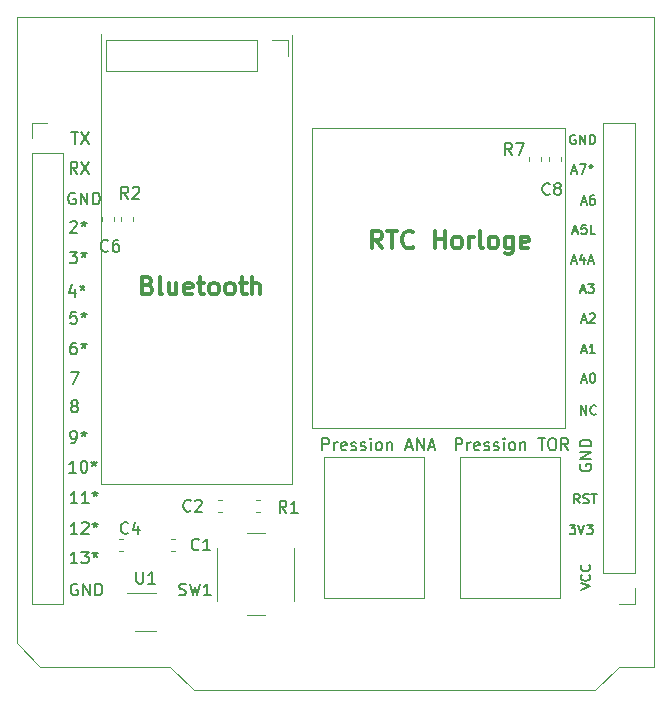
<source format=gbr>
G04 #@! TF.GenerationSoftware,KiCad,Pcbnew,(5.1.4)-1*
G04 #@! TF.CreationDate,2021-05-11T15:14:03+02:00*
G04 #@! TF.ProjectId,proto,70726f74-6f2e-46b6-9963-61645f706362,rev?*
G04 #@! TF.SameCoordinates,Original*
G04 #@! TF.FileFunction,Legend,Top*
G04 #@! TF.FilePolarity,Positive*
%FSLAX46Y46*%
G04 Gerber Fmt 4.6, Leading zero omitted, Abs format (unit mm)*
G04 Created by KiCad (PCBNEW (5.1.4)-1) date 2021-05-11 15:14:03*
%MOMM*%
%LPD*%
G04 APERTURE LIST*
%ADD10C,0.120000*%
%ADD11C,0.150000*%
%ADD12C,0.300000*%
%ADD13C,0.100000*%
G04 APERTURE END LIST*
D10*
X125000000Y-75000000D02*
X179000000Y-75000000D01*
X125000000Y-128000000D02*
X125000000Y-75000000D01*
X127000000Y-130000000D02*
X125000000Y-128000000D01*
X138000000Y-130000000D02*
X127000000Y-130000000D01*
X140000000Y-132000000D02*
X138000000Y-130000000D01*
X174000000Y-132000000D02*
X140000000Y-132000000D01*
X176000000Y-130000000D02*
X174000000Y-132000000D01*
X179000000Y-130000000D02*
X176000000Y-130000000D01*
X179000000Y-75000000D02*
X179000000Y-130000000D01*
D11*
X150885714Y-111652380D02*
X150885714Y-110652380D01*
X151266666Y-110652380D01*
X151361904Y-110700000D01*
X151409523Y-110747619D01*
X151457142Y-110842857D01*
X151457142Y-110985714D01*
X151409523Y-111080952D01*
X151361904Y-111128571D01*
X151266666Y-111176190D01*
X150885714Y-111176190D01*
X151885714Y-111652380D02*
X151885714Y-110985714D01*
X151885714Y-111176190D02*
X151933333Y-111080952D01*
X151980952Y-111033333D01*
X152076190Y-110985714D01*
X152171428Y-110985714D01*
X152885714Y-111604761D02*
X152790476Y-111652380D01*
X152600000Y-111652380D01*
X152504761Y-111604761D01*
X152457142Y-111509523D01*
X152457142Y-111128571D01*
X152504761Y-111033333D01*
X152600000Y-110985714D01*
X152790476Y-110985714D01*
X152885714Y-111033333D01*
X152933333Y-111128571D01*
X152933333Y-111223809D01*
X152457142Y-111319047D01*
X153314285Y-111604761D02*
X153409523Y-111652380D01*
X153600000Y-111652380D01*
X153695238Y-111604761D01*
X153742857Y-111509523D01*
X153742857Y-111461904D01*
X153695238Y-111366666D01*
X153600000Y-111319047D01*
X153457142Y-111319047D01*
X153361904Y-111271428D01*
X153314285Y-111176190D01*
X153314285Y-111128571D01*
X153361904Y-111033333D01*
X153457142Y-110985714D01*
X153600000Y-110985714D01*
X153695238Y-111033333D01*
X154123809Y-111604761D02*
X154219047Y-111652380D01*
X154409523Y-111652380D01*
X154504761Y-111604761D01*
X154552380Y-111509523D01*
X154552380Y-111461904D01*
X154504761Y-111366666D01*
X154409523Y-111319047D01*
X154266666Y-111319047D01*
X154171428Y-111271428D01*
X154123809Y-111176190D01*
X154123809Y-111128571D01*
X154171428Y-111033333D01*
X154266666Y-110985714D01*
X154409523Y-110985714D01*
X154504761Y-111033333D01*
X154980952Y-111652380D02*
X154980952Y-110985714D01*
X154980952Y-110652380D02*
X154933333Y-110700000D01*
X154980952Y-110747619D01*
X155028571Y-110700000D01*
X154980952Y-110652380D01*
X154980952Y-110747619D01*
X155600000Y-111652380D02*
X155504761Y-111604761D01*
X155457142Y-111557142D01*
X155409523Y-111461904D01*
X155409523Y-111176190D01*
X155457142Y-111080952D01*
X155504761Y-111033333D01*
X155600000Y-110985714D01*
X155742857Y-110985714D01*
X155838095Y-111033333D01*
X155885714Y-111080952D01*
X155933333Y-111176190D01*
X155933333Y-111461904D01*
X155885714Y-111557142D01*
X155838095Y-111604761D01*
X155742857Y-111652380D01*
X155600000Y-111652380D01*
X156361904Y-110985714D02*
X156361904Y-111652380D01*
X156361904Y-111080952D02*
X156409523Y-111033333D01*
X156504761Y-110985714D01*
X156647619Y-110985714D01*
X156742857Y-111033333D01*
X156790476Y-111128571D01*
X156790476Y-111652380D01*
X157980952Y-111366666D02*
X158457142Y-111366666D01*
X157885714Y-111652380D02*
X158219047Y-110652380D01*
X158552380Y-111652380D01*
X158885714Y-111652380D02*
X158885714Y-110652380D01*
X159457142Y-111652380D01*
X159457142Y-110652380D01*
X159885714Y-111366666D02*
X160361904Y-111366666D01*
X159790476Y-111652380D02*
X160123809Y-110652380D01*
X160457142Y-111652380D01*
X162161904Y-111652380D02*
X162161904Y-110652380D01*
X162542857Y-110652380D01*
X162638095Y-110700000D01*
X162685714Y-110747619D01*
X162733333Y-110842857D01*
X162733333Y-110985714D01*
X162685714Y-111080952D01*
X162638095Y-111128571D01*
X162542857Y-111176190D01*
X162161904Y-111176190D01*
X163161904Y-111652380D02*
X163161904Y-110985714D01*
X163161904Y-111176190D02*
X163209523Y-111080952D01*
X163257142Y-111033333D01*
X163352380Y-110985714D01*
X163447619Y-110985714D01*
X164161904Y-111604761D02*
X164066666Y-111652380D01*
X163876190Y-111652380D01*
X163780952Y-111604761D01*
X163733333Y-111509523D01*
X163733333Y-111128571D01*
X163780952Y-111033333D01*
X163876190Y-110985714D01*
X164066666Y-110985714D01*
X164161904Y-111033333D01*
X164209523Y-111128571D01*
X164209523Y-111223809D01*
X163733333Y-111319047D01*
X164590476Y-111604761D02*
X164685714Y-111652380D01*
X164876190Y-111652380D01*
X164971428Y-111604761D01*
X165019047Y-111509523D01*
X165019047Y-111461904D01*
X164971428Y-111366666D01*
X164876190Y-111319047D01*
X164733333Y-111319047D01*
X164638095Y-111271428D01*
X164590476Y-111176190D01*
X164590476Y-111128571D01*
X164638095Y-111033333D01*
X164733333Y-110985714D01*
X164876190Y-110985714D01*
X164971428Y-111033333D01*
X165400000Y-111604761D02*
X165495238Y-111652380D01*
X165685714Y-111652380D01*
X165780952Y-111604761D01*
X165828571Y-111509523D01*
X165828571Y-111461904D01*
X165780952Y-111366666D01*
X165685714Y-111319047D01*
X165542857Y-111319047D01*
X165447619Y-111271428D01*
X165400000Y-111176190D01*
X165400000Y-111128571D01*
X165447619Y-111033333D01*
X165542857Y-110985714D01*
X165685714Y-110985714D01*
X165780952Y-111033333D01*
X166257142Y-111652380D02*
X166257142Y-110985714D01*
X166257142Y-110652380D02*
X166209523Y-110700000D01*
X166257142Y-110747619D01*
X166304761Y-110700000D01*
X166257142Y-110652380D01*
X166257142Y-110747619D01*
X166876190Y-111652380D02*
X166780952Y-111604761D01*
X166733333Y-111557142D01*
X166685714Y-111461904D01*
X166685714Y-111176190D01*
X166733333Y-111080952D01*
X166780952Y-111033333D01*
X166876190Y-110985714D01*
X167019047Y-110985714D01*
X167114285Y-111033333D01*
X167161904Y-111080952D01*
X167209523Y-111176190D01*
X167209523Y-111461904D01*
X167161904Y-111557142D01*
X167114285Y-111604761D01*
X167019047Y-111652380D01*
X166876190Y-111652380D01*
X167638095Y-110985714D02*
X167638095Y-111652380D01*
X167638095Y-111080952D02*
X167685714Y-111033333D01*
X167780952Y-110985714D01*
X167923809Y-110985714D01*
X168019047Y-111033333D01*
X168066666Y-111128571D01*
X168066666Y-111652380D01*
X169161904Y-110652380D02*
X169733333Y-110652380D01*
X169447619Y-111652380D02*
X169447619Y-110652380D01*
X170257142Y-110652380D02*
X170447619Y-110652380D01*
X170542857Y-110700000D01*
X170638095Y-110795238D01*
X170685714Y-110985714D01*
X170685714Y-111319047D01*
X170638095Y-111509523D01*
X170542857Y-111604761D01*
X170447619Y-111652380D01*
X170257142Y-111652380D01*
X170161904Y-111604761D01*
X170066666Y-111509523D01*
X170019047Y-111319047D01*
X170019047Y-110985714D01*
X170066666Y-110795238D01*
X170161904Y-110700000D01*
X170257142Y-110652380D01*
X171685714Y-111652380D02*
X171352380Y-111176190D01*
X171114285Y-111652380D02*
X171114285Y-110652380D01*
X171495238Y-110652380D01*
X171590476Y-110700000D01*
X171638095Y-110747619D01*
X171685714Y-110842857D01*
X171685714Y-110985714D01*
X171638095Y-111080952D01*
X171590476Y-111128571D01*
X171495238Y-111176190D01*
X171114285Y-111176190D01*
X172761904Y-123466666D02*
X173561904Y-123200000D01*
X172761904Y-122933333D01*
X173485714Y-122209523D02*
X173523809Y-122247619D01*
X173561904Y-122361904D01*
X173561904Y-122438095D01*
X173523809Y-122552380D01*
X173447619Y-122628571D01*
X173371428Y-122666666D01*
X173219047Y-122704761D01*
X173104761Y-122704761D01*
X172952380Y-122666666D01*
X172876190Y-122628571D01*
X172800000Y-122552380D01*
X172761904Y-122438095D01*
X172761904Y-122361904D01*
X172800000Y-122247619D01*
X172838095Y-122209523D01*
X173485714Y-121409523D02*
X173523809Y-121447619D01*
X173561904Y-121561904D01*
X173561904Y-121638095D01*
X173523809Y-121752380D01*
X173447619Y-121828571D01*
X173371428Y-121866666D01*
X173219047Y-121904761D01*
X173104761Y-121904761D01*
X172952380Y-121866666D01*
X172876190Y-121828571D01*
X172800000Y-121752380D01*
X172761904Y-121638095D01*
X172761904Y-121561904D01*
X172800000Y-121447619D01*
X172838095Y-121409523D01*
X171809523Y-117961904D02*
X172304761Y-117961904D01*
X172038095Y-118266666D01*
X172152380Y-118266666D01*
X172228571Y-118304761D01*
X172266666Y-118342857D01*
X172304761Y-118419047D01*
X172304761Y-118609523D01*
X172266666Y-118685714D01*
X172228571Y-118723809D01*
X172152380Y-118761904D01*
X171923809Y-118761904D01*
X171847619Y-118723809D01*
X171809523Y-118685714D01*
X172533333Y-117961904D02*
X172800000Y-118761904D01*
X173066666Y-117961904D01*
X173257142Y-117961904D02*
X173752380Y-117961904D01*
X173485714Y-118266666D01*
X173600000Y-118266666D01*
X173676190Y-118304761D01*
X173714285Y-118342857D01*
X173752380Y-118419047D01*
X173752380Y-118609523D01*
X173714285Y-118685714D01*
X173676190Y-118723809D01*
X173600000Y-118761904D01*
X173371428Y-118761904D01*
X173295238Y-118723809D01*
X173257142Y-118685714D01*
X172661904Y-116161904D02*
X172395238Y-115780952D01*
X172204761Y-116161904D02*
X172204761Y-115361904D01*
X172509523Y-115361904D01*
X172585714Y-115400000D01*
X172623809Y-115438095D01*
X172661904Y-115514285D01*
X172661904Y-115628571D01*
X172623809Y-115704761D01*
X172585714Y-115742857D01*
X172509523Y-115780952D01*
X172204761Y-115780952D01*
X172966666Y-116123809D02*
X173080952Y-116161904D01*
X173271428Y-116161904D01*
X173347619Y-116123809D01*
X173385714Y-116085714D01*
X173423809Y-116009523D01*
X173423809Y-115933333D01*
X173385714Y-115857142D01*
X173347619Y-115819047D01*
X173271428Y-115780952D01*
X173119047Y-115742857D01*
X173042857Y-115704761D01*
X173004761Y-115666666D01*
X172966666Y-115590476D01*
X172966666Y-115514285D01*
X173004761Y-115438095D01*
X173042857Y-115400000D01*
X173119047Y-115361904D01*
X173309523Y-115361904D01*
X173423809Y-115400000D01*
X173652380Y-115361904D02*
X174109523Y-115361904D01*
X173880952Y-116161904D02*
X173880952Y-115361904D01*
X172771428Y-108661904D02*
X172771428Y-107861904D01*
X173228571Y-108661904D01*
X173228571Y-107861904D01*
X174066666Y-108585714D02*
X174028571Y-108623809D01*
X173914285Y-108661904D01*
X173838095Y-108661904D01*
X173723809Y-108623809D01*
X173647619Y-108547619D01*
X173609523Y-108471428D01*
X173571428Y-108319047D01*
X173571428Y-108204761D01*
X173609523Y-108052380D01*
X173647619Y-107976190D01*
X173723809Y-107900000D01*
X173838095Y-107861904D01*
X173914285Y-107861904D01*
X174028571Y-107900000D01*
X174066666Y-107938095D01*
X172828571Y-105733333D02*
X173209523Y-105733333D01*
X172752380Y-105961904D02*
X173019047Y-105161904D01*
X173285714Y-105961904D01*
X173704761Y-105161904D02*
X173780952Y-105161904D01*
X173857142Y-105200000D01*
X173895238Y-105238095D01*
X173933333Y-105314285D01*
X173971428Y-105466666D01*
X173971428Y-105657142D01*
X173933333Y-105809523D01*
X173895238Y-105885714D01*
X173857142Y-105923809D01*
X173780952Y-105961904D01*
X173704761Y-105961904D01*
X173628571Y-105923809D01*
X173590476Y-105885714D01*
X173552380Y-105809523D01*
X173514285Y-105657142D01*
X173514285Y-105466666D01*
X173552380Y-105314285D01*
X173590476Y-105238095D01*
X173628571Y-105200000D01*
X173704761Y-105161904D01*
X172828571Y-103233333D02*
X173209523Y-103233333D01*
X172752380Y-103461904D02*
X173019047Y-102661904D01*
X173285714Y-103461904D01*
X173971428Y-103461904D02*
X173514285Y-103461904D01*
X173742857Y-103461904D02*
X173742857Y-102661904D01*
X173666666Y-102776190D01*
X173590476Y-102852380D01*
X173514285Y-102890476D01*
X172828571Y-100633333D02*
X173209523Y-100633333D01*
X172752380Y-100861904D02*
X173019047Y-100061904D01*
X173285714Y-100861904D01*
X173514285Y-100138095D02*
X173552380Y-100100000D01*
X173628571Y-100061904D01*
X173819047Y-100061904D01*
X173895238Y-100100000D01*
X173933333Y-100138095D01*
X173971428Y-100214285D01*
X173971428Y-100290476D01*
X173933333Y-100404761D01*
X173476190Y-100861904D01*
X173971428Y-100861904D01*
X172728571Y-98133333D02*
X173109523Y-98133333D01*
X172652380Y-98361904D02*
X172919047Y-97561904D01*
X173185714Y-98361904D01*
X173376190Y-97561904D02*
X173871428Y-97561904D01*
X173604761Y-97866666D01*
X173719047Y-97866666D01*
X173795238Y-97904761D01*
X173833333Y-97942857D01*
X173871428Y-98019047D01*
X173871428Y-98209523D01*
X173833333Y-98285714D01*
X173795238Y-98323809D01*
X173719047Y-98361904D01*
X173490476Y-98361904D01*
X173414285Y-98323809D01*
X173376190Y-98285714D01*
X171985714Y-95633333D02*
X172366666Y-95633333D01*
X171909523Y-95861904D02*
X172176190Y-95061904D01*
X172442857Y-95861904D01*
X173052380Y-95328571D02*
X173052380Y-95861904D01*
X172861904Y-95023809D02*
X172671428Y-95595238D01*
X173166666Y-95595238D01*
X173433333Y-95633333D02*
X173814285Y-95633333D01*
X173357142Y-95861904D02*
X173623809Y-95061904D01*
X173890476Y-95861904D01*
X172104761Y-93133333D02*
X172485714Y-93133333D01*
X172028571Y-93361904D02*
X172295238Y-92561904D01*
X172561904Y-93361904D01*
X173209523Y-92561904D02*
X172828571Y-92561904D01*
X172790476Y-92942857D01*
X172828571Y-92904761D01*
X172904761Y-92866666D01*
X173095238Y-92866666D01*
X173171428Y-92904761D01*
X173209523Y-92942857D01*
X173247619Y-93019047D01*
X173247619Y-93209523D01*
X173209523Y-93285714D01*
X173171428Y-93323809D01*
X173095238Y-93361904D01*
X172904761Y-93361904D01*
X172828571Y-93323809D01*
X172790476Y-93285714D01*
X173971428Y-93361904D02*
X173590476Y-93361904D01*
X173590476Y-92561904D01*
X172828571Y-90633333D02*
X173209523Y-90633333D01*
X172752380Y-90861904D02*
X173019047Y-90061904D01*
X173285714Y-90861904D01*
X173895238Y-90061904D02*
X173742857Y-90061904D01*
X173666666Y-90100000D01*
X173628571Y-90138095D01*
X173552380Y-90252380D01*
X173514285Y-90404761D01*
X173514285Y-90709523D01*
X173552380Y-90785714D01*
X173590476Y-90823809D01*
X173666666Y-90861904D01*
X173819047Y-90861904D01*
X173895238Y-90823809D01*
X173933333Y-90785714D01*
X173971428Y-90709523D01*
X173971428Y-90519047D01*
X173933333Y-90442857D01*
X173895238Y-90404761D01*
X173819047Y-90366666D01*
X173666666Y-90366666D01*
X173590476Y-90404761D01*
X173552380Y-90442857D01*
X173514285Y-90519047D01*
X172023809Y-88033333D02*
X172404761Y-88033333D01*
X171947619Y-88261904D02*
X172214285Y-87461904D01*
X172480952Y-88261904D01*
X172671428Y-87461904D02*
X173204761Y-87461904D01*
X172861904Y-88261904D01*
X173623809Y-87461904D02*
X173623809Y-87652380D01*
X173433333Y-87576190D02*
X173623809Y-87652380D01*
X173814285Y-87576190D01*
X173509523Y-87804761D02*
X173623809Y-87652380D01*
X173738095Y-87804761D01*
X172700000Y-112861904D02*
X172652380Y-112957142D01*
X172652380Y-113100000D01*
X172700000Y-113242857D01*
X172795238Y-113338095D01*
X172890476Y-113385714D01*
X173080952Y-113433333D01*
X173223809Y-113433333D01*
X173414285Y-113385714D01*
X173509523Y-113338095D01*
X173604761Y-113242857D01*
X173652380Y-113100000D01*
X173652380Y-113004761D01*
X173604761Y-112861904D01*
X173557142Y-112814285D01*
X173223809Y-112814285D01*
X173223809Y-113004761D01*
X173652380Y-112385714D02*
X172652380Y-112385714D01*
X173652380Y-111814285D01*
X172652380Y-111814285D01*
X173652380Y-111338095D02*
X172652380Y-111338095D01*
X172652380Y-111100000D01*
X172700000Y-110957142D01*
X172795238Y-110861904D01*
X172890476Y-110814285D01*
X173080952Y-110766666D01*
X173223809Y-110766666D01*
X173414285Y-110814285D01*
X173509523Y-110861904D01*
X173604761Y-110957142D01*
X173652380Y-111100000D01*
X173652380Y-111338095D01*
X172290476Y-85000000D02*
X172214285Y-84961904D01*
X172100000Y-84961904D01*
X171985714Y-85000000D01*
X171909523Y-85076190D01*
X171871428Y-85152380D01*
X171833333Y-85304761D01*
X171833333Y-85419047D01*
X171871428Y-85571428D01*
X171909523Y-85647619D01*
X171985714Y-85723809D01*
X172100000Y-85761904D01*
X172176190Y-85761904D01*
X172290476Y-85723809D01*
X172328571Y-85685714D01*
X172328571Y-85419047D01*
X172176190Y-85419047D01*
X172671428Y-85761904D02*
X172671428Y-84961904D01*
X173128571Y-85761904D01*
X173128571Y-84961904D01*
X173509523Y-85761904D02*
X173509523Y-84961904D01*
X173700000Y-84961904D01*
X173814285Y-85000000D01*
X173890476Y-85076190D01*
X173928571Y-85152380D01*
X173966666Y-85304761D01*
X173966666Y-85419047D01*
X173928571Y-85571428D01*
X173890476Y-85647619D01*
X173814285Y-85723809D01*
X173700000Y-85761904D01*
X173509523Y-85761904D01*
X130138095Y-123000000D02*
X130042857Y-122952380D01*
X129900000Y-122952380D01*
X129757142Y-123000000D01*
X129661904Y-123095238D01*
X129614285Y-123190476D01*
X129566666Y-123380952D01*
X129566666Y-123523809D01*
X129614285Y-123714285D01*
X129661904Y-123809523D01*
X129757142Y-123904761D01*
X129900000Y-123952380D01*
X129995238Y-123952380D01*
X130138095Y-123904761D01*
X130185714Y-123857142D01*
X130185714Y-123523809D01*
X129995238Y-123523809D01*
X130614285Y-123952380D02*
X130614285Y-122952380D01*
X131185714Y-123952380D01*
X131185714Y-122952380D01*
X131661904Y-123952380D02*
X131661904Y-122952380D01*
X131900000Y-122952380D01*
X132042857Y-123000000D01*
X132138095Y-123095238D01*
X132185714Y-123190476D01*
X132233333Y-123380952D01*
X132233333Y-123523809D01*
X132185714Y-123714285D01*
X132138095Y-123809523D01*
X132042857Y-123904761D01*
X131900000Y-123952380D01*
X131661904Y-123952380D01*
X129485714Y-94852380D02*
X130104761Y-94852380D01*
X129771428Y-95233333D01*
X129914285Y-95233333D01*
X130009523Y-95280952D01*
X130057142Y-95328571D01*
X130104761Y-95423809D01*
X130104761Y-95661904D01*
X130057142Y-95757142D01*
X130009523Y-95804761D01*
X129914285Y-95852380D01*
X129628571Y-95852380D01*
X129533333Y-95804761D01*
X129485714Y-95757142D01*
X130676190Y-94852380D02*
X130676190Y-95090476D01*
X130438095Y-94995238D02*
X130676190Y-95090476D01*
X130914285Y-94995238D01*
X130533333Y-95280952D02*
X130676190Y-95090476D01*
X130819047Y-95280952D01*
X129533333Y-92347619D02*
X129580952Y-92300000D01*
X129676190Y-92252380D01*
X129914285Y-92252380D01*
X130009523Y-92300000D01*
X130057142Y-92347619D01*
X130104761Y-92442857D01*
X130104761Y-92538095D01*
X130057142Y-92680952D01*
X129485714Y-93252380D01*
X130104761Y-93252380D01*
X130676190Y-92252380D02*
X130676190Y-92490476D01*
X130438095Y-92395238D02*
X130676190Y-92490476D01*
X130914285Y-92395238D01*
X130533333Y-92680952D02*
X130676190Y-92490476D01*
X130819047Y-92680952D01*
X130128571Y-121252380D02*
X129557142Y-121252380D01*
X129842857Y-121252380D02*
X129842857Y-120252380D01*
X129747619Y-120395238D01*
X129652380Y-120490476D01*
X129557142Y-120538095D01*
X130461904Y-120252380D02*
X131080952Y-120252380D01*
X130747619Y-120633333D01*
X130890476Y-120633333D01*
X130985714Y-120680952D01*
X131033333Y-120728571D01*
X131080952Y-120823809D01*
X131080952Y-121061904D01*
X131033333Y-121157142D01*
X130985714Y-121204761D01*
X130890476Y-121252380D01*
X130604761Y-121252380D01*
X130509523Y-121204761D01*
X130461904Y-121157142D01*
X131652380Y-120252380D02*
X131652380Y-120490476D01*
X131414285Y-120395238D02*
X131652380Y-120490476D01*
X131890476Y-120395238D01*
X131509523Y-120680952D02*
X131652380Y-120490476D01*
X131795238Y-120680952D01*
X130128571Y-118752380D02*
X129557142Y-118752380D01*
X129842857Y-118752380D02*
X129842857Y-117752380D01*
X129747619Y-117895238D01*
X129652380Y-117990476D01*
X129557142Y-118038095D01*
X130509523Y-117847619D02*
X130557142Y-117800000D01*
X130652380Y-117752380D01*
X130890476Y-117752380D01*
X130985714Y-117800000D01*
X131033333Y-117847619D01*
X131080952Y-117942857D01*
X131080952Y-118038095D01*
X131033333Y-118180952D01*
X130461904Y-118752380D01*
X131080952Y-118752380D01*
X131652380Y-117752380D02*
X131652380Y-117990476D01*
X131414285Y-117895238D02*
X131652380Y-117990476D01*
X131890476Y-117895238D01*
X131509523Y-118180952D02*
X131652380Y-117990476D01*
X131795238Y-118180952D01*
X130128571Y-116152380D02*
X129557142Y-116152380D01*
X129842857Y-116152380D02*
X129842857Y-115152380D01*
X129747619Y-115295238D01*
X129652380Y-115390476D01*
X129557142Y-115438095D01*
X131080952Y-116152380D02*
X130509523Y-116152380D01*
X130795238Y-116152380D02*
X130795238Y-115152380D01*
X130700000Y-115295238D01*
X130604761Y-115390476D01*
X130509523Y-115438095D01*
X131652380Y-115152380D02*
X131652380Y-115390476D01*
X131414285Y-115295238D02*
X131652380Y-115390476D01*
X131890476Y-115295238D01*
X131509523Y-115580952D02*
X131652380Y-115390476D01*
X131795238Y-115580952D01*
X130028571Y-113552380D02*
X129457142Y-113552380D01*
X129742857Y-113552380D02*
X129742857Y-112552380D01*
X129647619Y-112695238D01*
X129552380Y-112790476D01*
X129457142Y-112838095D01*
X130647619Y-112552380D02*
X130742857Y-112552380D01*
X130838095Y-112600000D01*
X130885714Y-112647619D01*
X130933333Y-112742857D01*
X130980952Y-112933333D01*
X130980952Y-113171428D01*
X130933333Y-113361904D01*
X130885714Y-113457142D01*
X130838095Y-113504761D01*
X130742857Y-113552380D01*
X130647619Y-113552380D01*
X130552380Y-113504761D01*
X130504761Y-113457142D01*
X130457142Y-113361904D01*
X130409523Y-113171428D01*
X130409523Y-112933333D01*
X130457142Y-112742857D01*
X130504761Y-112647619D01*
X130552380Y-112600000D01*
X130647619Y-112552380D01*
X131552380Y-112552380D02*
X131552380Y-112790476D01*
X131314285Y-112695238D02*
X131552380Y-112790476D01*
X131790476Y-112695238D01*
X131409523Y-112980952D02*
X131552380Y-112790476D01*
X131695238Y-112980952D01*
X129628571Y-111052380D02*
X129819047Y-111052380D01*
X129914285Y-111004761D01*
X129961904Y-110957142D01*
X130057142Y-110814285D01*
X130104761Y-110623809D01*
X130104761Y-110242857D01*
X130057142Y-110147619D01*
X130009523Y-110100000D01*
X129914285Y-110052380D01*
X129723809Y-110052380D01*
X129628571Y-110100000D01*
X129580952Y-110147619D01*
X129533333Y-110242857D01*
X129533333Y-110480952D01*
X129580952Y-110576190D01*
X129628571Y-110623809D01*
X129723809Y-110671428D01*
X129914285Y-110671428D01*
X130009523Y-110623809D01*
X130057142Y-110576190D01*
X130104761Y-110480952D01*
X130676190Y-110052380D02*
X130676190Y-110290476D01*
X130438095Y-110195238D02*
X130676190Y-110290476D01*
X130914285Y-110195238D01*
X130533333Y-110480952D02*
X130676190Y-110290476D01*
X130819047Y-110480952D01*
X129804761Y-107880952D02*
X129709523Y-107833333D01*
X129661904Y-107785714D01*
X129614285Y-107690476D01*
X129614285Y-107642857D01*
X129661904Y-107547619D01*
X129709523Y-107500000D01*
X129804761Y-107452380D01*
X129995238Y-107452380D01*
X130090476Y-107500000D01*
X130138095Y-107547619D01*
X130185714Y-107642857D01*
X130185714Y-107690476D01*
X130138095Y-107785714D01*
X130090476Y-107833333D01*
X129995238Y-107880952D01*
X129804761Y-107880952D01*
X129709523Y-107928571D01*
X129661904Y-107976190D01*
X129614285Y-108071428D01*
X129614285Y-108261904D01*
X129661904Y-108357142D01*
X129709523Y-108404761D01*
X129804761Y-108452380D01*
X129995238Y-108452380D01*
X130090476Y-108404761D01*
X130138095Y-108357142D01*
X130185714Y-108261904D01*
X130185714Y-108071428D01*
X130138095Y-107976190D01*
X130090476Y-107928571D01*
X129995238Y-107880952D01*
X129566666Y-105052380D02*
X130233333Y-105052380D01*
X129804761Y-106052380D01*
X130009523Y-102552380D02*
X129819047Y-102552380D01*
X129723809Y-102600000D01*
X129676190Y-102647619D01*
X129580952Y-102790476D01*
X129533333Y-102980952D01*
X129533333Y-103361904D01*
X129580952Y-103457142D01*
X129628571Y-103504761D01*
X129723809Y-103552380D01*
X129914285Y-103552380D01*
X130009523Y-103504761D01*
X130057142Y-103457142D01*
X130104761Y-103361904D01*
X130104761Y-103123809D01*
X130057142Y-103028571D01*
X130009523Y-102980952D01*
X129914285Y-102933333D01*
X129723809Y-102933333D01*
X129628571Y-102980952D01*
X129580952Y-103028571D01*
X129533333Y-103123809D01*
X130676190Y-102552380D02*
X130676190Y-102790476D01*
X130438095Y-102695238D02*
X130676190Y-102790476D01*
X130914285Y-102695238D01*
X130533333Y-102980952D02*
X130676190Y-102790476D01*
X130819047Y-102980952D01*
X130057142Y-99952380D02*
X129580952Y-99952380D01*
X129533333Y-100428571D01*
X129580952Y-100380952D01*
X129676190Y-100333333D01*
X129914285Y-100333333D01*
X130009523Y-100380952D01*
X130057142Y-100428571D01*
X130104761Y-100523809D01*
X130104761Y-100761904D01*
X130057142Y-100857142D01*
X130009523Y-100904761D01*
X129914285Y-100952380D01*
X129676190Y-100952380D01*
X129580952Y-100904761D01*
X129533333Y-100857142D01*
X130676190Y-99952380D02*
X130676190Y-100190476D01*
X130438095Y-100095238D02*
X130676190Y-100190476D01*
X130914285Y-100095238D01*
X130533333Y-100380952D02*
X130676190Y-100190476D01*
X130819047Y-100380952D01*
X129909523Y-97985714D02*
X129909523Y-98652380D01*
X129671428Y-97604761D02*
X129433333Y-98319047D01*
X130052380Y-98319047D01*
X130576190Y-97652380D02*
X130576190Y-97890476D01*
X130338095Y-97795238D02*
X130576190Y-97890476D01*
X130814285Y-97795238D01*
X130433333Y-98080952D02*
X130576190Y-97890476D01*
X130719047Y-98080952D01*
X129938095Y-89900000D02*
X129842857Y-89852380D01*
X129700000Y-89852380D01*
X129557142Y-89900000D01*
X129461904Y-89995238D01*
X129414285Y-90090476D01*
X129366666Y-90280952D01*
X129366666Y-90423809D01*
X129414285Y-90614285D01*
X129461904Y-90709523D01*
X129557142Y-90804761D01*
X129700000Y-90852380D01*
X129795238Y-90852380D01*
X129938095Y-90804761D01*
X129985714Y-90757142D01*
X129985714Y-90423809D01*
X129795238Y-90423809D01*
X130414285Y-90852380D02*
X130414285Y-89852380D01*
X130985714Y-90852380D01*
X130985714Y-89852380D01*
X131461904Y-90852380D02*
X131461904Y-89852380D01*
X131700000Y-89852380D01*
X131842857Y-89900000D01*
X131938095Y-89995238D01*
X131985714Y-90090476D01*
X132033333Y-90280952D01*
X132033333Y-90423809D01*
X131985714Y-90614285D01*
X131938095Y-90709523D01*
X131842857Y-90804761D01*
X131700000Y-90852380D01*
X131461904Y-90852380D01*
X130133333Y-88252380D02*
X129800000Y-87776190D01*
X129561904Y-88252380D02*
X129561904Y-87252380D01*
X129942857Y-87252380D01*
X130038095Y-87300000D01*
X130085714Y-87347619D01*
X130133333Y-87442857D01*
X130133333Y-87585714D01*
X130085714Y-87680952D01*
X130038095Y-87728571D01*
X129942857Y-87776190D01*
X129561904Y-87776190D01*
X130466666Y-87252380D02*
X131133333Y-88252380D01*
X131133333Y-87252380D02*
X130466666Y-88252380D01*
X129638095Y-84752380D02*
X130209523Y-84752380D01*
X129923809Y-85752380D02*
X129923809Y-84752380D01*
X130447619Y-84752380D02*
X131114285Y-85752380D01*
X131114285Y-84752380D02*
X130447619Y-85752380D01*
D10*
X132100000Y-114500000D02*
X148300000Y-114500000D01*
X132100000Y-76400000D02*
X132100000Y-114500000D01*
X148300000Y-114400000D02*
X148300000Y-76500000D01*
D12*
X136100000Y-97692857D02*
X136314285Y-97764285D01*
X136385714Y-97835714D01*
X136457142Y-97978571D01*
X136457142Y-98192857D01*
X136385714Y-98335714D01*
X136314285Y-98407142D01*
X136171428Y-98478571D01*
X135600000Y-98478571D01*
X135600000Y-96978571D01*
X136100000Y-96978571D01*
X136242857Y-97050000D01*
X136314285Y-97121428D01*
X136385714Y-97264285D01*
X136385714Y-97407142D01*
X136314285Y-97550000D01*
X136242857Y-97621428D01*
X136100000Y-97692857D01*
X135600000Y-97692857D01*
X137314285Y-98478571D02*
X137171428Y-98407142D01*
X137100000Y-98264285D01*
X137100000Y-96978571D01*
X138528571Y-97478571D02*
X138528571Y-98478571D01*
X137885714Y-97478571D02*
X137885714Y-98264285D01*
X137957142Y-98407142D01*
X138100000Y-98478571D01*
X138314285Y-98478571D01*
X138457142Y-98407142D01*
X138528571Y-98335714D01*
X139814285Y-98407142D02*
X139671428Y-98478571D01*
X139385714Y-98478571D01*
X139242857Y-98407142D01*
X139171428Y-98264285D01*
X139171428Y-97692857D01*
X139242857Y-97550000D01*
X139385714Y-97478571D01*
X139671428Y-97478571D01*
X139814285Y-97550000D01*
X139885714Y-97692857D01*
X139885714Y-97835714D01*
X139171428Y-97978571D01*
X140314285Y-97478571D02*
X140885714Y-97478571D01*
X140528571Y-96978571D02*
X140528571Y-98264285D01*
X140600000Y-98407142D01*
X140742857Y-98478571D01*
X140885714Y-98478571D01*
X141600000Y-98478571D02*
X141457142Y-98407142D01*
X141385714Y-98335714D01*
X141314285Y-98192857D01*
X141314285Y-97764285D01*
X141385714Y-97621428D01*
X141457142Y-97550000D01*
X141600000Y-97478571D01*
X141814285Y-97478571D01*
X141957142Y-97550000D01*
X142028571Y-97621428D01*
X142100000Y-97764285D01*
X142100000Y-98192857D01*
X142028571Y-98335714D01*
X141957142Y-98407142D01*
X141814285Y-98478571D01*
X141600000Y-98478571D01*
X142957142Y-98478571D02*
X142814285Y-98407142D01*
X142742857Y-98335714D01*
X142671428Y-98192857D01*
X142671428Y-97764285D01*
X142742857Y-97621428D01*
X142814285Y-97550000D01*
X142957142Y-97478571D01*
X143171428Y-97478571D01*
X143314285Y-97550000D01*
X143385714Y-97621428D01*
X143457142Y-97764285D01*
X143457142Y-98192857D01*
X143385714Y-98335714D01*
X143314285Y-98407142D01*
X143171428Y-98478571D01*
X142957142Y-98478571D01*
X143885714Y-97478571D02*
X144457142Y-97478571D01*
X144100000Y-96978571D02*
X144100000Y-98264285D01*
X144171428Y-98407142D01*
X144314285Y-98478571D01*
X144457142Y-98478571D01*
X144957142Y-98478571D02*
X144957142Y-96978571D01*
X145600000Y-98478571D02*
X145600000Y-97692857D01*
X145528571Y-97550000D01*
X145385714Y-97478571D01*
X145171428Y-97478571D01*
X145028571Y-97550000D01*
X144957142Y-97621428D01*
X155950000Y-94578571D02*
X155450000Y-93864285D01*
X155092857Y-94578571D02*
X155092857Y-93078571D01*
X155664285Y-93078571D01*
X155807142Y-93150000D01*
X155878571Y-93221428D01*
X155950000Y-93364285D01*
X155950000Y-93578571D01*
X155878571Y-93721428D01*
X155807142Y-93792857D01*
X155664285Y-93864285D01*
X155092857Y-93864285D01*
X156378571Y-93078571D02*
X157235714Y-93078571D01*
X156807142Y-94578571D02*
X156807142Y-93078571D01*
X158592857Y-94435714D02*
X158521428Y-94507142D01*
X158307142Y-94578571D01*
X158164285Y-94578571D01*
X157950000Y-94507142D01*
X157807142Y-94364285D01*
X157735714Y-94221428D01*
X157664285Y-93935714D01*
X157664285Y-93721428D01*
X157735714Y-93435714D01*
X157807142Y-93292857D01*
X157950000Y-93150000D01*
X158164285Y-93078571D01*
X158307142Y-93078571D01*
X158521428Y-93150000D01*
X158592857Y-93221428D01*
X160378571Y-94578571D02*
X160378571Y-93078571D01*
X160378571Y-93792857D02*
X161235714Y-93792857D01*
X161235714Y-94578571D02*
X161235714Y-93078571D01*
X162164285Y-94578571D02*
X162021428Y-94507142D01*
X161950000Y-94435714D01*
X161878571Y-94292857D01*
X161878571Y-93864285D01*
X161950000Y-93721428D01*
X162021428Y-93650000D01*
X162164285Y-93578571D01*
X162378571Y-93578571D01*
X162521428Y-93650000D01*
X162592857Y-93721428D01*
X162664285Y-93864285D01*
X162664285Y-94292857D01*
X162592857Y-94435714D01*
X162521428Y-94507142D01*
X162378571Y-94578571D01*
X162164285Y-94578571D01*
X163307142Y-94578571D02*
X163307142Y-93578571D01*
X163307142Y-93864285D02*
X163378571Y-93721428D01*
X163450000Y-93650000D01*
X163592857Y-93578571D01*
X163735714Y-93578571D01*
X164450000Y-94578571D02*
X164307142Y-94507142D01*
X164235714Y-94364285D01*
X164235714Y-93078571D01*
X165235714Y-94578571D02*
X165092857Y-94507142D01*
X165021428Y-94435714D01*
X164950000Y-94292857D01*
X164950000Y-93864285D01*
X165021428Y-93721428D01*
X165092857Y-93650000D01*
X165235714Y-93578571D01*
X165450000Y-93578571D01*
X165592857Y-93650000D01*
X165664285Y-93721428D01*
X165735714Y-93864285D01*
X165735714Y-94292857D01*
X165664285Y-94435714D01*
X165592857Y-94507142D01*
X165450000Y-94578571D01*
X165235714Y-94578571D01*
X167021428Y-93578571D02*
X167021428Y-94792857D01*
X166950000Y-94935714D01*
X166878571Y-95007142D01*
X166735714Y-95078571D01*
X166521428Y-95078571D01*
X166378571Y-95007142D01*
X167021428Y-94507142D02*
X166878571Y-94578571D01*
X166592857Y-94578571D01*
X166450000Y-94507142D01*
X166378571Y-94435714D01*
X166307142Y-94292857D01*
X166307142Y-93864285D01*
X166378571Y-93721428D01*
X166450000Y-93650000D01*
X166592857Y-93578571D01*
X166878571Y-93578571D01*
X167021428Y-93650000D01*
X168307142Y-94507142D02*
X168164285Y-94578571D01*
X167878571Y-94578571D01*
X167735714Y-94507142D01*
X167664285Y-94364285D01*
X167664285Y-93792857D01*
X167735714Y-93650000D01*
X167878571Y-93578571D01*
X168164285Y-93578571D01*
X168307142Y-93650000D01*
X168378571Y-93792857D01*
X168378571Y-93935714D01*
X167664285Y-94078571D01*
D10*
X138362779Y-120210000D02*
X138037221Y-120210000D01*
X138362779Y-119190000D02*
X138037221Y-119190000D01*
X142387779Y-116910000D02*
X142062221Y-116910000D01*
X142387779Y-115890000D02*
X142062221Y-115890000D01*
X133637221Y-120210000D02*
X133962779Y-120210000D01*
X133637221Y-119190000D02*
X133962779Y-119190000D01*
X132190000Y-92262779D02*
X132190000Y-91937221D01*
X133210000Y-92262779D02*
X133210000Y-91937221D01*
X171110000Y-87162779D02*
X171110000Y-86837221D01*
X170090000Y-87162779D02*
X170090000Y-86837221D01*
X126270000Y-124680000D02*
X128930000Y-124680000D01*
X126270000Y-86520000D02*
X126270000Y-124680000D01*
X128930000Y-86520000D02*
X128930000Y-124680000D01*
X126270000Y-86520000D02*
X128930000Y-86520000D01*
X126270000Y-85250000D02*
X126270000Y-83920000D01*
X126270000Y-83920000D02*
X127600000Y-83920000D01*
X177330000Y-124680000D02*
X176000000Y-124680000D01*
X177330000Y-123350000D02*
X177330000Y-124680000D01*
X177330000Y-122080000D02*
X174670000Y-122080000D01*
X174670000Y-122080000D02*
X174670000Y-83920000D01*
X177330000Y-122080000D02*
X177330000Y-83920000D01*
X177330000Y-83920000D02*
X174670000Y-83920000D01*
X132570000Y-76920000D02*
X132570000Y-79580000D01*
X145330000Y-76920000D02*
X132570000Y-76920000D01*
X145330000Y-79580000D02*
X132570000Y-79580000D01*
X145330000Y-76920000D02*
X145330000Y-79580000D01*
X146600000Y-76920000D02*
X147930000Y-76920000D01*
X147930000Y-76920000D02*
X147930000Y-78250000D01*
D13*
X171425000Y-109740000D02*
X150025000Y-109740000D01*
X171425000Y-84340000D02*
X171425000Y-109740000D01*
X150025000Y-84340000D02*
X171425000Y-84340000D01*
X150025000Y-109740000D02*
X150025000Y-84340000D01*
X162500000Y-112200000D02*
X162500000Y-124200000D01*
X171000000Y-112200000D02*
X162500000Y-112200000D01*
X171000000Y-124200000D02*
X171000000Y-112200000D01*
X162500000Y-124200000D02*
X171000000Y-124200000D01*
X151000000Y-124200000D02*
X159500000Y-124200000D01*
X159500000Y-124200000D02*
X159500000Y-112200000D01*
X159500000Y-112200000D02*
X151000000Y-112200000D01*
X151000000Y-112200000D02*
X151000000Y-124200000D01*
D10*
X145562779Y-115890000D02*
X145237221Y-115890000D01*
X145562779Y-116910000D02*
X145237221Y-116910000D01*
X134810000Y-91937221D02*
X134810000Y-92262779D01*
X133790000Y-91937221D02*
X133790000Y-92262779D01*
X169410000Y-86837221D02*
X169410000Y-87162779D01*
X168390000Y-86837221D02*
X168390000Y-87162779D01*
X142000000Y-119900000D02*
X142000000Y-124400000D01*
X146000000Y-118650000D02*
X144500000Y-118650000D01*
X148500000Y-124400000D02*
X148500000Y-119900000D01*
X144500000Y-125650000D02*
X146000000Y-125650000D01*
X135000000Y-127010000D02*
X136800000Y-127010000D01*
X136800000Y-123790000D02*
X134350000Y-123790000D01*
D11*
X140433333Y-120057142D02*
X140385714Y-120104761D01*
X140242857Y-120152380D01*
X140147619Y-120152380D01*
X140004761Y-120104761D01*
X139909523Y-120009523D01*
X139861904Y-119914285D01*
X139814285Y-119723809D01*
X139814285Y-119580952D01*
X139861904Y-119390476D01*
X139909523Y-119295238D01*
X140004761Y-119200000D01*
X140147619Y-119152380D01*
X140242857Y-119152380D01*
X140385714Y-119200000D01*
X140433333Y-119247619D01*
X141385714Y-120152380D02*
X140814285Y-120152380D01*
X141100000Y-120152380D02*
X141100000Y-119152380D01*
X141004761Y-119295238D01*
X140909523Y-119390476D01*
X140814285Y-119438095D01*
X139733333Y-116757142D02*
X139685714Y-116804761D01*
X139542857Y-116852380D01*
X139447619Y-116852380D01*
X139304761Y-116804761D01*
X139209523Y-116709523D01*
X139161904Y-116614285D01*
X139114285Y-116423809D01*
X139114285Y-116280952D01*
X139161904Y-116090476D01*
X139209523Y-115995238D01*
X139304761Y-115900000D01*
X139447619Y-115852380D01*
X139542857Y-115852380D01*
X139685714Y-115900000D01*
X139733333Y-115947619D01*
X140114285Y-115947619D02*
X140161904Y-115900000D01*
X140257142Y-115852380D01*
X140495238Y-115852380D01*
X140590476Y-115900000D01*
X140638095Y-115947619D01*
X140685714Y-116042857D01*
X140685714Y-116138095D01*
X140638095Y-116280952D01*
X140066666Y-116852380D01*
X140685714Y-116852380D01*
X134433333Y-118657142D02*
X134385714Y-118704761D01*
X134242857Y-118752380D01*
X134147619Y-118752380D01*
X134004761Y-118704761D01*
X133909523Y-118609523D01*
X133861904Y-118514285D01*
X133814285Y-118323809D01*
X133814285Y-118180952D01*
X133861904Y-117990476D01*
X133909523Y-117895238D01*
X134004761Y-117800000D01*
X134147619Y-117752380D01*
X134242857Y-117752380D01*
X134385714Y-117800000D01*
X134433333Y-117847619D01*
X135290476Y-118085714D02*
X135290476Y-118752380D01*
X135052380Y-117704761D02*
X134814285Y-118419047D01*
X135433333Y-118419047D01*
X132733333Y-94757142D02*
X132685714Y-94804761D01*
X132542857Y-94852380D01*
X132447619Y-94852380D01*
X132304761Y-94804761D01*
X132209523Y-94709523D01*
X132161904Y-94614285D01*
X132114285Y-94423809D01*
X132114285Y-94280952D01*
X132161904Y-94090476D01*
X132209523Y-93995238D01*
X132304761Y-93900000D01*
X132447619Y-93852380D01*
X132542857Y-93852380D01*
X132685714Y-93900000D01*
X132733333Y-93947619D01*
X133590476Y-93852380D02*
X133400000Y-93852380D01*
X133304761Y-93900000D01*
X133257142Y-93947619D01*
X133161904Y-94090476D01*
X133114285Y-94280952D01*
X133114285Y-94661904D01*
X133161904Y-94757142D01*
X133209523Y-94804761D01*
X133304761Y-94852380D01*
X133495238Y-94852380D01*
X133590476Y-94804761D01*
X133638095Y-94757142D01*
X133685714Y-94661904D01*
X133685714Y-94423809D01*
X133638095Y-94328571D01*
X133590476Y-94280952D01*
X133495238Y-94233333D01*
X133304761Y-94233333D01*
X133209523Y-94280952D01*
X133161904Y-94328571D01*
X133114285Y-94423809D01*
X170133333Y-89957142D02*
X170085714Y-90004761D01*
X169942857Y-90052380D01*
X169847619Y-90052380D01*
X169704761Y-90004761D01*
X169609523Y-89909523D01*
X169561904Y-89814285D01*
X169514285Y-89623809D01*
X169514285Y-89480952D01*
X169561904Y-89290476D01*
X169609523Y-89195238D01*
X169704761Y-89100000D01*
X169847619Y-89052380D01*
X169942857Y-89052380D01*
X170085714Y-89100000D01*
X170133333Y-89147619D01*
X170704761Y-89480952D02*
X170609523Y-89433333D01*
X170561904Y-89385714D01*
X170514285Y-89290476D01*
X170514285Y-89242857D01*
X170561904Y-89147619D01*
X170609523Y-89100000D01*
X170704761Y-89052380D01*
X170895238Y-89052380D01*
X170990476Y-89100000D01*
X171038095Y-89147619D01*
X171085714Y-89242857D01*
X171085714Y-89290476D01*
X171038095Y-89385714D01*
X170990476Y-89433333D01*
X170895238Y-89480952D01*
X170704761Y-89480952D01*
X170609523Y-89528571D01*
X170561904Y-89576190D01*
X170514285Y-89671428D01*
X170514285Y-89861904D01*
X170561904Y-89957142D01*
X170609523Y-90004761D01*
X170704761Y-90052380D01*
X170895238Y-90052380D01*
X170990476Y-90004761D01*
X171038095Y-89957142D01*
X171085714Y-89861904D01*
X171085714Y-89671428D01*
X171038095Y-89576190D01*
X170990476Y-89528571D01*
X170895238Y-89480952D01*
X147833333Y-116952380D02*
X147500000Y-116476190D01*
X147261904Y-116952380D02*
X147261904Y-115952380D01*
X147642857Y-115952380D01*
X147738095Y-116000000D01*
X147785714Y-116047619D01*
X147833333Y-116142857D01*
X147833333Y-116285714D01*
X147785714Y-116380952D01*
X147738095Y-116428571D01*
X147642857Y-116476190D01*
X147261904Y-116476190D01*
X148785714Y-116952380D02*
X148214285Y-116952380D01*
X148500000Y-116952380D02*
X148500000Y-115952380D01*
X148404761Y-116095238D01*
X148309523Y-116190476D01*
X148214285Y-116238095D01*
X134433333Y-90352380D02*
X134100000Y-89876190D01*
X133861904Y-90352380D02*
X133861904Y-89352380D01*
X134242857Y-89352380D01*
X134338095Y-89400000D01*
X134385714Y-89447619D01*
X134433333Y-89542857D01*
X134433333Y-89685714D01*
X134385714Y-89780952D01*
X134338095Y-89828571D01*
X134242857Y-89876190D01*
X133861904Y-89876190D01*
X134814285Y-89447619D02*
X134861904Y-89400000D01*
X134957142Y-89352380D01*
X135195238Y-89352380D01*
X135290476Y-89400000D01*
X135338095Y-89447619D01*
X135385714Y-89542857D01*
X135385714Y-89638095D01*
X135338095Y-89780952D01*
X134766666Y-90352380D01*
X135385714Y-90352380D01*
X166933333Y-86652380D02*
X166600000Y-86176190D01*
X166361904Y-86652380D02*
X166361904Y-85652380D01*
X166742857Y-85652380D01*
X166838095Y-85700000D01*
X166885714Y-85747619D01*
X166933333Y-85842857D01*
X166933333Y-85985714D01*
X166885714Y-86080952D01*
X166838095Y-86128571D01*
X166742857Y-86176190D01*
X166361904Y-86176190D01*
X167266666Y-85652380D02*
X167933333Y-85652380D01*
X167504761Y-86652380D01*
X138766666Y-123904761D02*
X138909523Y-123952380D01*
X139147619Y-123952380D01*
X139242857Y-123904761D01*
X139290476Y-123857142D01*
X139338095Y-123761904D01*
X139338095Y-123666666D01*
X139290476Y-123571428D01*
X139242857Y-123523809D01*
X139147619Y-123476190D01*
X138957142Y-123428571D01*
X138861904Y-123380952D01*
X138814285Y-123333333D01*
X138766666Y-123238095D01*
X138766666Y-123142857D01*
X138814285Y-123047619D01*
X138861904Y-123000000D01*
X138957142Y-122952380D01*
X139195238Y-122952380D01*
X139338095Y-123000000D01*
X139671428Y-122952380D02*
X139909523Y-123952380D01*
X140100000Y-123238095D01*
X140290476Y-123952380D01*
X140528571Y-122952380D01*
X141433333Y-123952380D02*
X140861904Y-123952380D01*
X141147619Y-123952380D02*
X141147619Y-122952380D01*
X141052380Y-123095238D01*
X140957142Y-123190476D01*
X140861904Y-123238095D01*
X135138095Y-121952380D02*
X135138095Y-122761904D01*
X135185714Y-122857142D01*
X135233333Y-122904761D01*
X135328571Y-122952380D01*
X135519047Y-122952380D01*
X135614285Y-122904761D01*
X135661904Y-122857142D01*
X135709523Y-122761904D01*
X135709523Y-121952380D01*
X136709523Y-122952380D02*
X136138095Y-122952380D01*
X136423809Y-122952380D02*
X136423809Y-121952380D01*
X136328571Y-122095238D01*
X136233333Y-122190476D01*
X136138095Y-122238095D01*
M02*

</source>
